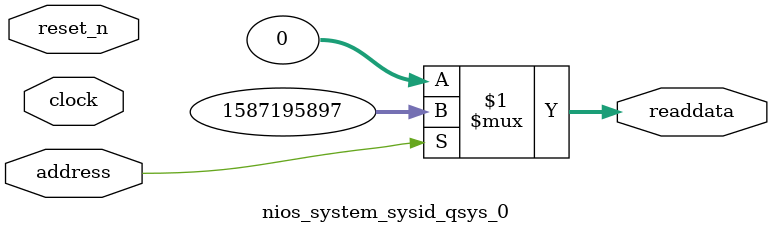
<source format=v>



// synthesis translate_off
`timescale 1ns / 1ps
// synthesis translate_on

// turn off superfluous verilog processor warnings 
// altera message_level Level1 
// altera message_off 10034 10035 10036 10037 10230 10240 10030 

module nios_system_sysid_qsys_0 (
               // inputs:
                address,
                clock,
                reset_n,

               // outputs:
                readdata
             )
;

  output  [ 31: 0] readdata;
  input            address;
  input            clock;
  input            reset_n;

  wire    [ 31: 0] readdata;
  //control_slave, which is an e_avalon_slave
  assign readdata = address ? 1587195897 : 0;

endmodule



</source>
